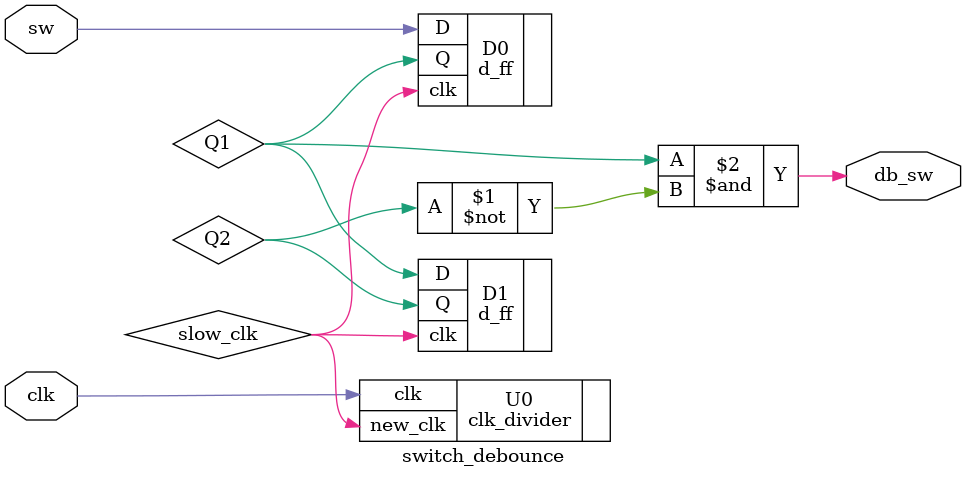
<source format=v>
module switch_debounce(input wire sw, clk, output wire db_sw);
	wire Q1, Q2;
	wire slow_clk;
	clk_divider U0 (.clk(clk), .new_clk(slow_clk));
	d_ff D0 (.D(sw), .clk(slow_clk), .Q(Q1));
	d_ff D1 (.D(Q1), .clk(slow_clk), .Q(Q2));
	
	assign db_sw = Q1 & (~Q2);

endmodule
</source>
